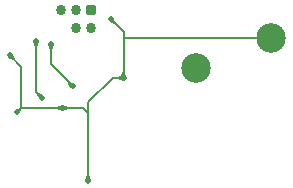
<source format=gbl>
%TF.GenerationSoftware,KiCad,Pcbnew,9.0.0*%
%TF.CreationDate,2025-02-28T17:55:05+00:00*%
%TF.ProjectId,vm_keycap_button_0.1,766d5f6b-6579-4636-9170-5f627574746f,v0.1*%
%TF.SameCoordinates,PX5a995c0PY47868c0*%
%TF.FileFunction,Copper,L2,Bot*%
%TF.FilePolarity,Positive*%
%FSLAX46Y46*%
G04 Gerber Fmt 4.6, Leading zero omitted, Abs format (unit mm)*
G04 Created by KiCad (PCBNEW 9.0.0) date 2025-02-28 17:55:05*
%MOMM*%
%LPD*%
G01*
G04 APERTURE LIST*
G04 Aperture macros list*
%AMRoundRect*
0 Rectangle with rounded corners*
0 $1 Rounding radius*
0 $2 $3 $4 $5 $6 $7 $8 $9 X,Y pos of 4 corners*
0 Add a 4 corners polygon primitive as box body*
4,1,4,$2,$3,$4,$5,$6,$7,$8,$9,$2,$3,0*
0 Add four circle primitives for the rounded corners*
1,1,$1+$1,$2,$3*
1,1,$1+$1,$4,$5*
1,1,$1+$1,$6,$7*
1,1,$1+$1,$8,$9*
0 Add four rect primitives between the rounded corners*
20,1,$1+$1,$2,$3,$4,$5,0*
20,1,$1+$1,$4,$5,$6,$7,0*
20,1,$1+$1,$6,$7,$8,$9,0*
20,1,$1+$1,$8,$9,$2,$3,0*%
G04 Aperture macros list end*
%TA.AperFunction,ComponentPad*%
%ADD10C,2.500000*%
%TD*%
%TA.AperFunction,ComponentPad*%
%ADD11RoundRect,0.172720X-0.259080X-0.259080X0.259080X-0.259080X0.259080X0.259080X-0.259080X0.259080X0*%
%TD*%
%TA.AperFunction,ComponentPad*%
%ADD12C,0.863600*%
%TD*%
%TA.AperFunction,ViaPad*%
%ADD13C,0.500000*%
%TD*%
%TA.AperFunction,Conductor*%
%ADD14C,0.200000*%
%TD*%
G04 APERTURE END LIST*
D10*
%TO.P,SW2,1,1*%
%TO.N,/BUTTON_1*%
X2190000Y2540000D03*
%TO.P,SW2,2,2*%
%TO.N,GND*%
X8540000Y5080000D03*
%TD*%
D11*
%TO.P,J1,1,Vcc*%
%TO.N,+3V3*%
X-6710000Y7474800D03*
D12*
%TO.P,J1,2,SWDIO*%
%TO.N,/SWDIO*%
X-6710000Y5900000D03*
%TO.P,J1,3,GND*%
%TO.N,GND*%
X-7980000Y7474800D03*
%TO.P,J1,4,SWDCLK*%
%TO.N,/SWCLK*%
X-7980000Y5900000D03*
%TO.P,J1,5,~{RESET}*%
%TO.N,/nRESET*%
X-9250000Y7474800D03*
%TD*%
D13*
%TO.N,GND*%
X-3975591Y1695591D03*
X-13600000Y3600000D03*
X-5080000Y6700000D03*
X-13000000Y-1200000D03*
X-9131092Y-851091D03*
X-6980000Y-7000000D03*
%TO.N,+3V3*%
X-10900000Y0D03*
X-11400000Y4800000D03*
%TO.N,/nRESET*%
X-10128909Y4528909D03*
X-8300000Y1000000D03*
%TD*%
D14*
%TO.N,GND*%
X-12651091Y2651091D02*
X-12651091Y-851091D01*
X-3975591Y1695591D02*
X-4904409Y1695591D01*
X8540000Y5080000D02*
X-3975591Y5080000D01*
X-9131092Y-851091D02*
X-7437727Y-851091D01*
X-7437727Y-851091D02*
X-6980000Y-1308818D01*
X-3975591Y1695591D02*
X-3975591Y5100000D01*
X-3975591Y5100000D02*
X-3975591Y5595591D01*
X-3975591Y5595591D02*
X-5080000Y6700000D01*
X-12651091Y-851091D02*
X-9131092Y-851091D01*
X-13000000Y-1200000D02*
X-12651091Y-851091D01*
X-4904409Y1695591D02*
X-6980000Y-380000D01*
X-6980000Y-7000000D02*
X-6980000Y-1308818D01*
X-6980000Y-380000D02*
X-6980000Y-1308818D01*
X-13600000Y3600000D02*
X-12651091Y2651091D01*
%TO.N,+3V3*%
X-11400000Y4800000D02*
X-11400000Y500000D01*
X-11400000Y500000D02*
X-10900000Y0D01*
%TO.N,/nRESET*%
X-10128909Y2828909D02*
X-8300000Y1000000D01*
X-10128909Y4528909D02*
X-10128909Y2828909D01*
%TD*%
%TA.AperFunction,Conductor*%
%TO.N,+3V3*%
G36*
X-11171877Y417013D02*
G01*
X-10772798Y213820D01*
X-10766981Y207013D01*
X-10767681Y198085D01*
X-10768353Y196932D01*
X-10897982Y1274D01*
X-10901274Y-2018D01*
X-11096932Y-131647D01*
X-11105721Y-133359D01*
X-11113148Y-128355D01*
X-11113820Y-127202D01*
X-11177558Y-2018D01*
X-11317013Y271875D01*
X-11317712Y280801D01*
X-11314861Y285453D01*
X-11185454Y414860D01*
X-11177182Y418286D01*
X-11171877Y417013D01*
G37*
%TD.AperFunction*%
%TD*%
%TA.AperFunction,Conductor*%
%TO.N,GND*%
G36*
X-6880225Y-6508231D02*
G01*
X-6877372Y-6512885D01*
X-6738862Y-6938751D01*
X-6739562Y-6947679D01*
X-6746369Y-6953496D01*
X-6747660Y-6953836D01*
X-6977672Y-7000527D01*
X-6982328Y-7000527D01*
X-7212341Y-6953836D01*
X-7219767Y-6948832D01*
X-7221479Y-6940042D01*
X-7221143Y-6938762D01*
X-7082628Y-6512885D01*
X-7076811Y-6506078D01*
X-7071502Y-6504804D01*
X-6888498Y-6504804D01*
X-6880225Y-6508231D01*
G37*
%TD.AperFunction*%
%TD*%
%TA.AperFunction,Conductor*%
%TO.N,/nRESET*%
G36*
X-8571877Y1417013D02*
G01*
X-8172798Y1213820D01*
X-8166981Y1207013D01*
X-8167681Y1198085D01*
X-8168353Y1196932D01*
X-8297982Y1001274D01*
X-8301274Y997982D01*
X-8496932Y868353D01*
X-8505721Y866641D01*
X-8513148Y871645D01*
X-8513820Y872798D01*
X-8577558Y997982D01*
X-8717013Y1271875D01*
X-8717712Y1280801D01*
X-8714861Y1285453D01*
X-8585454Y1414860D01*
X-8577182Y1418286D01*
X-8571877Y1417013D01*
G37*
%TD.AperFunction*%
%TD*%
%TA.AperFunction,Conductor*%
%TO.N,GND*%
G36*
X-4027912Y1936030D02*
G01*
X-4022095Y1929223D01*
X-4021755Y1927932D01*
X-3975064Y1697919D01*
X-3975064Y1693263D01*
X-4021755Y1463251D01*
X-4026759Y1455825D01*
X-4035549Y1454113D01*
X-4036840Y1454453D01*
X-4462706Y1592963D01*
X-4469513Y1598780D01*
X-4470787Y1604089D01*
X-4470787Y1787094D01*
X-4467360Y1795367D01*
X-4462709Y1798219D01*
X-4036839Y1936730D01*
X-4027912Y1936030D01*
G37*
%TD.AperFunction*%
%TD*%
%TA.AperFunction,Conductor*%
%TO.N,/nRESET*%
G36*
X-9896569Y4482746D02*
G01*
X-9889143Y4477742D01*
X-9887431Y4468952D01*
X-9887771Y4467661D01*
X-10026281Y4041794D01*
X-10032098Y4034987D01*
X-10037407Y4033713D01*
X-10220411Y4033713D01*
X-10228684Y4037140D01*
X-10231537Y4041794D01*
X-10370048Y4467661D01*
X-10369348Y4476589D01*
X-10362541Y4482406D01*
X-10361259Y4482744D01*
X-10131234Y4529437D01*
X-10126584Y4529437D01*
X-9896569Y4482746D01*
G37*
%TD.AperFunction*%
%TD*%
%TA.AperFunction,Conductor*%
%TO.N,GND*%
G36*
X-12650529Y-764725D02*
G01*
X-12649326Y-769893D01*
X-12649326Y-949079D01*
X-12649998Y-952987D01*
X-12751426Y-1239238D01*
X-12757419Y-1245891D01*
X-12764728Y-1246807D01*
X-12996219Y-1200947D01*
X-13003668Y-1195978D01*
X-13003695Y-1195938D01*
X-13131538Y-1003220D01*
X-13133256Y-994431D01*
X-13128256Y-987002D01*
X-13126965Y-986260D01*
X-12666194Y-759395D01*
X-12657258Y-758816D01*
X-12650529Y-764725D01*
G37*
%TD.AperFunction*%
%TD*%
%TA.AperFunction,Conductor*%
%TO.N,+3V3*%
G36*
X-11167660Y4753837D02*
G01*
X-11160234Y4748833D01*
X-11158522Y4740043D01*
X-11158862Y4738752D01*
X-11297372Y4312885D01*
X-11303189Y4306078D01*
X-11308498Y4304804D01*
X-11491502Y4304804D01*
X-11499775Y4308231D01*
X-11502628Y4312885D01*
X-11641139Y4738752D01*
X-11640439Y4747680D01*
X-11633632Y4753497D01*
X-11632350Y4753835D01*
X-11402325Y4800528D01*
X-11397675Y4800528D01*
X-11167660Y4753837D01*
G37*
%TD.AperFunction*%
%TD*%
%TA.AperFunction,Conductor*%
%TO.N,GND*%
G36*
X-13386853Y3728356D02*
G01*
X-13386181Y3727203D01*
X-13320767Y3598727D01*
X-13182989Y3328128D01*
X-13182289Y3319200D01*
X-13185142Y3314546D01*
X-13314546Y3185142D01*
X-13322819Y3181715D01*
X-13328127Y3182989D01*
X-13727203Y3386181D01*
X-13733020Y3392988D01*
X-13732320Y3401916D01*
X-13731648Y3403069D01*
X-13602019Y3598727D01*
X-13598727Y3602019D01*
X-13409778Y3727203D01*
X-13403069Y3731649D01*
X-13394280Y3733360D01*
X-13386853Y3728356D01*
G37*
%TD.AperFunction*%
%TD*%
%TA.AperFunction,Conductor*%
%TO.N,GND*%
G36*
X-4866853Y6828356D02*
G01*
X-4866181Y6827203D01*
X-4800767Y6698727D01*
X-4662989Y6428128D01*
X-4662289Y6419200D01*
X-4665142Y6414546D01*
X-4794546Y6285142D01*
X-4802819Y6281715D01*
X-4808127Y6282989D01*
X-5207203Y6486181D01*
X-5213020Y6492988D01*
X-5212320Y6501916D01*
X-5211648Y6503069D01*
X-5082019Y6698727D01*
X-5078727Y6702019D01*
X-4889778Y6827203D01*
X-4883069Y6831649D01*
X-4874280Y6833360D01*
X-4866853Y6828356D01*
G37*
%TD.AperFunction*%
%TD*%
%TA.AperFunction,Conductor*%
%TO.N,GND*%
G36*
X-3875816Y2187360D02*
G01*
X-3872963Y2182706D01*
X-3734453Y1756840D01*
X-3735153Y1747912D01*
X-3741960Y1742095D01*
X-3743251Y1741755D01*
X-3973263Y1695064D01*
X-3977919Y1695064D01*
X-4207932Y1741755D01*
X-4215358Y1746759D01*
X-4217070Y1755549D01*
X-4216734Y1756829D01*
X-4078219Y2182706D01*
X-4072402Y2189513D01*
X-4067093Y2190787D01*
X-3884089Y2190787D01*
X-3875816Y2187360D01*
G37*
%TD.AperFunction*%
%TD*%
%TA.AperFunction,Conductor*%
%TO.N,GND*%
G36*
X-9183413Y-610652D02*
G01*
X-9177596Y-617459D01*
X-9177256Y-618750D01*
X-9130565Y-848763D01*
X-9130565Y-853419D01*
X-9177256Y-1083431D01*
X-9182260Y-1090857D01*
X-9191050Y-1092569D01*
X-9192341Y-1092229D01*
X-9618207Y-953719D01*
X-9625014Y-947902D01*
X-9626288Y-942593D01*
X-9626288Y-759588D01*
X-9622861Y-751315D01*
X-9618210Y-748463D01*
X-9192340Y-609952D01*
X-9183413Y-610652D01*
G37*
%TD.AperFunction*%
%TD*%
%TA.AperFunction,Conductor*%
%TO.N,GND*%
G36*
X-9069851Y-609950D02*
G01*
X-8643976Y-748463D01*
X-8637170Y-754279D01*
X-8635896Y-759588D01*
X-8635896Y-942593D01*
X-8639323Y-950866D01*
X-8643977Y-953719D01*
X-9069844Y-1092229D01*
X-9078772Y-1091529D01*
X-9084589Y-1084722D01*
X-9084929Y-1083431D01*
X-9131620Y-853416D01*
X-9131620Y-848765D01*
X-9084929Y-618748D01*
X-9079925Y-611324D01*
X-9071135Y-609612D01*
X-9069851Y-609950D01*
G37*
%TD.AperFunction*%
%TD*%
M02*

</source>
